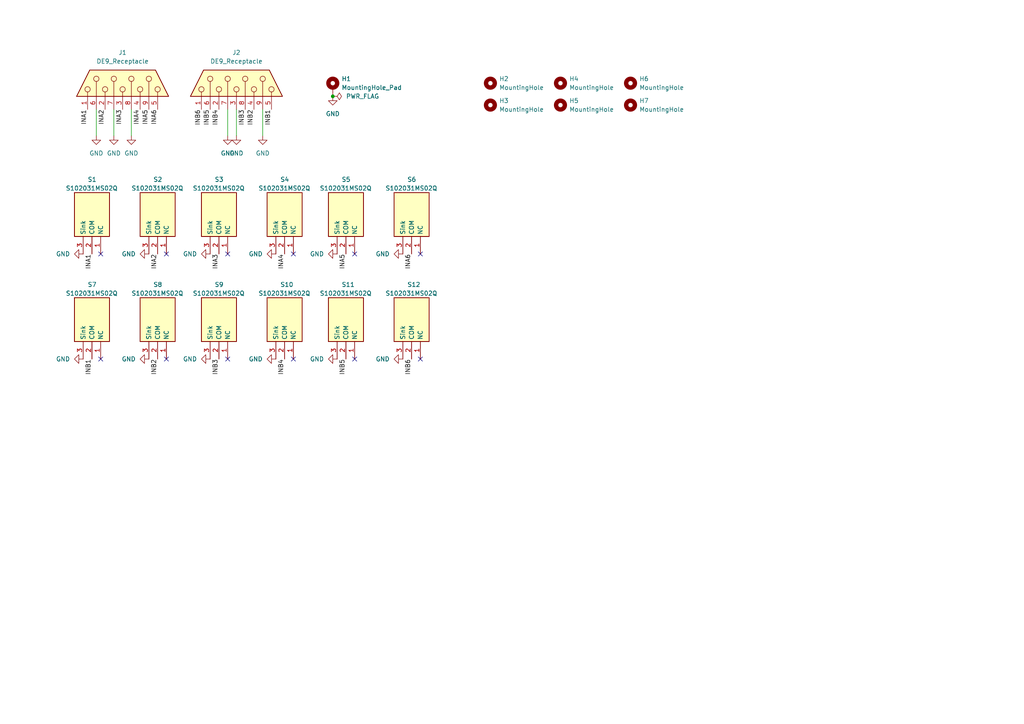
<source format=kicad_sch>
(kicad_sch (version 20230121) (generator eeschema)
  (paper "A4")
  (lib_symbols
    (symbol "Connector:DE9_Receptacle" (pin_names (offset 1.016) hide)
      (property "Reference" "J" (at 0 13.97 0))
      (property "Value" "DE9_Receptacle" (at 0 -14.605 0))
      (symbol "DE9_Receptacle_0_1"
        (circle (center -1.778 -10.16) (radius 0.762))
        (circle (center -1.778 -5.08) (radius 0.762))
        (circle (center -1.778 0) (radius 0.762))
        (circle (center -1.778 5.08) (radius 0.762))
        (circle (center -1.778 10.16) (radius 0.762))
        (polyline (pts (xy -3.81 -10.16) (xy -2.54 -10.16)))
        (polyline (pts (xy -3.81 -7.62) (xy 0.508 -7.62)))
        (polyline (pts (xy -3.81 -5.08) (xy -2.54 -5.08)))
        (polyline (pts (xy -3.81 -2.54) (xy 0.508 -2.54)))
        (polyline (pts (xy -3.81 0) (xy -2.54 0)))
        (polyline (pts (xy -3.81 2.54) (xy 0.508 2.54)))
        (polyline (pts (xy -3.81 5.08) (xy -2.54 5.08)))
        (polyline (pts (xy -3.81 7.62) (xy 0.508 7.62)))
        (polyline (pts (xy -3.81 10.16) (xy -2.54 10.16)))
        (polyline (pts (xy -3.81 13.335) (xy -3.81 -13.335) (xy 3.81 -9.525) (xy 3.81 9.525) (xy -3.81 13.335)) (stroke (width 0.254)) (fill (type background)))
        (circle (center 1.27 -7.62) (radius 0.762))
        (circle (center 1.27 -2.54) (radius 0.762))
        (circle (center 1.27 2.54) (radius 0.762))
        (circle (center 1.27 7.62) (radius 0.762))
      )
      (symbol "DE9_Receptacle_1_1"
        (pin passive line (at -7.62 10.16 0) (length 3.81) (name "1") (number "1"))
        (pin passive line (at -7.62 5.08 0) (length 3.81) (name "2") (number "2"))
        (pin passive line (at -7.62 0 0) (length 3.81) (name "3") (number "3"))
        (pin passive line (at -7.62 -5.08 0) (length 3.81) (name "4") (number "4"))
        (pin passive line (at -7.62 -10.16 0) (length 3.81) (name "5") (number "5"))
        (pin passive line (at -7.62 7.62 0) (length 3.81) (name "6") (number "6"))
        (pin passive line (at -7.62 2.54 0) (length 3.81) (name "7") (number "7"))
        (pin passive line (at -7.62 -2.54 0) (length 3.81) (name "8") (number "8"))
        (pin passive line (at -7.62 -7.62 0) (length 3.81) (name "9") (number "9"))
      )
    )
    (symbol "Mechanical:MountingHole" (pin_names (offset 1.016))
      (property "Reference" "H" (at 0 5.08 0))
      (property "Value" "MountingHole" (at 0 3.175 0))
      (symbol "MountingHole_0_1"
        (circle (center 0 0) (radius 1.27) (stroke (width 1.27)))
      )
    )
    (symbol "Mechanical:MountingHole_Pad" (pin_numbers hide) (pin_names (offset 1.016) hide)
      (property "Reference" "H" (at 0 6.35 0))
      (property "Value" "MountingHole_Pad" (at 0 4.445 0))
      (symbol "MountingHole_Pad_0_1"
        (circle (center 0 1.27) (radius 1.27) (stroke (width 1.27)))
      )
      (symbol "MountingHole_Pad_1_1"
        (pin input line (at 0 -2.54 90) (length 2.54) (name "1") (number "1"))
      )
    )
    (symbol "S102031MS02Q:S102031MS02Q"
      (property "Reference" "S" (at 19.05 7.62 0))
      (property "Value" "S102031MS02Q" (at 19.05 5.08 0))
      (symbol "S102031MS02Q_1_1"
        (rectangle (start 5.08 2.54) (end 17.78 -7.62) (stroke (width 0.254)) (fill (type background)))
        (pin passive line (at 0 -5.08 0) (length 5.08) (name "NC") (number "1"))
        (pin passive line (at 0 -2.54 0) (length 5.08) (name "COM") (number "2"))
        (pin passive line (at 0 0 0) (length 5.08) (name "Sink") (number "3"))
      )
    )
    (symbol "power:GND" (power) (pin_names (offset 0))
      (property "Value" "GND" (at 0 -3.81 0))
      (symbol "GND_0_1"
        (polyline (pts (xy 0 0) (xy 0 -1.27) (xy 1.27 -1.27) (xy 0 -2.54) (xy -1.27 -1.27) (xy 0 -1.27)))
      )
      (symbol "GND_1_1"
        (pin power_in line (at 0 0 270) (length 0) hide (name "GND") (number "1"))
      )
    )
    (symbol "power:PWR_FLAG" (power) (pin_numbers hide) (pin_names (offset 0) hide)
      (property "Value" "PWR_FLAG" (at 0 3.81 0))
      (symbol "PWR_FLAG_0_0"
        (pin power_out line (at 0 0 90) (length 0) (name "pwr") (number "1"))
      )
      (symbol "PWR_FLAG_0_1"
        (polyline (pts (xy 0 0) (xy 0 1.27) (xy -1.016 1.905) (xy 0 2.54) (xy 1.016 1.905) (xy 0 1.27)))
      )
    )
  )
  (junction (at 96.52 27.94))
  (no_connect (at 85.09 104.14))
  (no_connect (at 121.92 73.66))
  (no_connect (at 48.26 73.66))
  (no_connect (at 121.92 104.14))
  (no_connect (at 48.26 104.14))
  (no_connect (at 85.09 73.66))
  (no_connect (at 102.87 104.14))
  (no_connect (at 66.04 73.66))
  (no_connect (at 66.04 104.14))
  (no_connect (at 29.21 104.14))
  (no_connect (at 102.87 73.66))
  (no_connect (at 29.21 73.66))
  (wire (pts (xy 38.1 31.75) (xy 38.1 39.37)))
  (wire (pts (xy 33.02 31.75) (xy 33.02 39.37)))
  (wire (pts (xy 76.2 31.75) (xy 76.2 39.37)))
  (wire (pts (xy 68.58 31.75) (xy 68.58 39.37)))
  (wire (pts (xy 27.94 31.75) (xy 27.94 39.37)))
  (wire (pts (xy 66.04 31.75) (xy 66.04 39.37)))
  (label "INB6" (at 58.42 31.75 270))
  (label "INA6" (at 45.72 31.75 270))
  (label "INB4" (at 63.5 31.75 270))
  (label "INA4" (at 82.55 73.66 270))
  (label "INB3" (at 63.5 104.14 270))
  (label "INA3" (at 63.5 73.66 270))
  (label "INB1" (at 26.67 104.14 270))
  (label "INA6" (at 119.38 73.66 270))
  (label "INA2" (at 30.48 31.75 270))
  (label "INB1" (at 78.74 31.75 270))
  (label "INB5" (at 60.96 31.75 270))
  (label "INA5" (at 100.33 73.66 270))
  (label "INB5" (at 100.33 104.14 270))
  (label "INB6" (at 119.38 104.14 270))
  (label "INB2" (at 45.72 104.14 270))
  (label "INA2" (at 45.72 73.66 270))
  (label "INB3" (at 71.12 31.75 270))
  (label "INA4" (at 40.64 31.75 270))
  (label "INB2" (at 73.66 31.75 270))
  (label "INA1" (at 25.4 31.75 270))
  (label "INA5" (at 43.18 31.75 270))
  (label "INA3" (at 35.56 31.75 270))
  (label "INB4" (at 82.55 104.14 270))
  (label "INA1" (at 26.67 73.66 270))
  (symbol (lib_id "Connector:DE9_Receptacle") (at 68.58 24.13 90) (unit 1)
    (property "Reference" "J2" (at 68.58 15.24 90))
    (property "Value" "DE9_Receptacle" (at 68.58 17.78 90))
    (property "Footprint" "4-338313-2_Straight_Female_Screwlock_M3:43383132" (effects hide))
    (property "Datasheet" " ~" (effects hide))
  )
  (symbol (lib_id "S102031MS02Q:S102031MS02Q") (at 24.13 73.66 90) (unit 1)
    (property "Reference" "S1" (at 25.4 52.07 90) (effects (justify right)))
    (property "Value" "S102031MS02Q" (at 19.05 54.61 90) (effects (justify right)))
    (property "Footprint" "S102031MS02Q_SPDT_Switch:S102031MS02Q" (effects hide))
    (property "Datasheet" "https://www.ckswitches.com/media/1433/s.pdf" (effects hide))
    (property "Height" "15.62" (effects hide))
    (property "Mouser Part Number" "611-S1020301" (effects hide))
    (property "Mouser Price/Stock" "https://www.mouser.co.uk/ProductDetail/CK/S102031MS02Q?qs=qUgWstB0J2PTi4u40fuqgg%3D%3D" (effects hide))
    (property "Manufacturer_Name" "C & K COMPONENTS" (effects hide))
    (property "Manufacturer_Part_Number" "S102031MS02Q" (effects hide))
  )
  (symbol (lib_id "power:GND") (at 76.2 39.37 0) (mirror y) (unit 1)
    (property "Reference" "#PWR017" (effects hide))
    (property "Value" "GND" (at 76.2 44.45 0))
  )
  (symbol (lib_id "power:GND") (at 27.94 39.37 0) (unit 1)
    (property "Reference" "#PWR014" (effects hide))
    (property "Value" "GND" (at 27.94 44.45 0))
  )
  (symbol (lib_id "power:GND") (at 96.52 27.94 0) (unit 1)
    (property "Reference" "#PWR01" (effects hide))
    (property "Value" "GND" (at 96.52 33.02 0))
  )
  (symbol (lib_id "Mechanical:MountingHole") (at 162.56 24.13 0) (unit 1)
    (property "Reference" "H4" (at 165.1 22.86 0) (effects (justify left)))
    (property "Value" "MountingHole" (at 165.1 25.4 0) (effects (justify left)))
    (property "Footprint" "MountingHole:MountingHole_3.2mm_M3_DIN965" (effects hide))
  )
  (symbol (lib_id "S102031MS02Q:S102031MS02Q") (at 116.84 73.66 90) (unit 1)
    (property "Reference" "S6" (at 118.11 52.07 90) (effects (justify right)))
    (property "Value" "S102031MS02Q" (at 111.76 54.61 90) (effects (justify right)))
    (property "Footprint" "S102031MS02Q_SPDT_Switch:S102031MS02Q" (effects hide))
    (property "Datasheet" "https://www.ckswitches.com/media/1433/s.pdf" (effects hide))
    (property "Height" "15.62" (effects hide))
    (property "Mouser Part Number" "611-S1020301" (effects hide))
    (property "Mouser Price/Stock" "https://www.mouser.co.uk/ProductDetail/CK/S102031MS02Q?qs=qUgWstB0J2PTi4u40fuqgg%3D%3D" (effects hide))
    (property "Manufacturer_Name" "C & K COMPONENTS" (effects hide))
    (property "Manufacturer_Part_Number" "S102031MS02Q" (effects hide))
  )
  (symbol (lib_id "Connector:DE9_Receptacle") (at 35.56 24.13 90) (unit 1)
    (property "Reference" "J1" (at 35.56 15.24 90))
    (property "Value" "DE9_Receptacle" (at 35.56 17.78 90))
    (property "Footprint" "4-338313-2_Straight_Female_Screwlock_M3:43383132" (effects hide))
    (property "Datasheet" " ~" (effects hide))
  )
  (symbol (lib_id "power:GND") (at 60.96 104.14 270) (unit 1)
    (property "Reference" "#PWR011" (effects hide))
    (property "Value" "GND" (at 57.15 104.14 90) (effects (justify right)))
  )
  (symbol (lib_id "power:GND") (at 43.18 73.66 270) (unit 1)
    (property "Reference" "#PWR03" (effects hide))
    (property "Value" "GND" (at 39.37 73.66 90) (effects (justify right)))
  )
  (symbol (lib_id "power:GND") (at 97.79 73.66 270) (unit 1)
    (property "Reference" "#PWR06" (effects hide))
    (property "Value" "GND" (at 93.98 73.66 90) (effects (justify right)))
  )
  (symbol (lib_id "S102031MS02Q:S102031MS02Q") (at 43.18 73.66 90) (unit 1)
    (property "Reference" "S2" (at 44.45 52.07 90) (effects (justify right)))
    (property "Value" "S102031MS02Q" (at 38.1 54.61 90) (effects (justify right)))
    (property "Footprint" "S102031MS02Q_SPDT_Switch:S102031MS02Q" (effects hide))
    (property "Datasheet" "https://www.ckswitches.com/media/1433/s.pdf" (effects hide))
    (property "Height" "15.62" (effects hide))
    (property "Mouser Part Number" "611-S1020301" (effects hide))
    (property "Mouser Price/Stock" "https://www.mouser.co.uk/ProductDetail/CK/S102031MS02Q?qs=qUgWstB0J2PTi4u40fuqgg%3D%3D" (effects hide))
    (property "Manufacturer_Name" "C & K COMPONENTS" (effects hide))
    (property "Manufacturer_Part_Number" "S102031MS02Q" (effects hide))
  )
  (symbol (lib_id "power:GND") (at 80.01 73.66 270) (unit 1)
    (property "Reference" "#PWR05" (effects hide))
    (property "Value" "GND" (at 76.2 73.66 90) (effects (justify right)))
  )
  (symbol (lib_id "S102031MS02Q:S102031MS02Q") (at 60.96 104.14 90) (unit 1)
    (property "Reference" "S9" (at 62.23 82.55 90) (effects (justify right)))
    (property "Value" "S102031MS02Q" (at 55.88 85.09 90) (effects (justify right)))
    (property "Footprint" "S102031MS02Q_SPDT_Switch:S102031MS02Q" (effects hide))
    (property "Datasheet" "https://www.ckswitches.com/media/1433/s.pdf" (effects hide))
    (property "Height" "15.62" (effects hide))
    (property "Mouser Part Number" "611-S1020301" (effects hide))
    (property "Mouser Price/Stock" "https://www.mouser.co.uk/ProductDetail/CK/S102031MS02Q?qs=qUgWstB0J2PTi4u40fuqgg%3D%3D" (effects hide))
    (property "Manufacturer_Name" "C & K COMPONENTS" (effects hide))
    (property "Manufacturer_Part_Number" "S102031MS02Q" (effects hide))
  )
  (symbol (lib_id "Mechanical:MountingHole_Pad") (at 96.52 25.4 0) (unit 1)
    (property "Reference" "H1" (at 99.06 22.86 0) (effects (justify left)))
    (property "Value" "MountingHole_Pad" (at 99.06 25.4 0) (effects (justify left)))
    (property "Footprint" "MountingHole:MountingHole_3.2mm_M3_DIN965_Pad_TopBottom" (effects hide))
  )
  (symbol (lib_id "S102031MS02Q:S102031MS02Q") (at 60.96 73.66 90) (unit 1)
    (property "Reference" "S3" (at 62.23 52.07 90) (effects (justify right)))
    (property "Value" "S102031MS02Q" (at 55.88 54.61 90) (effects (justify right)))
    (property "Footprint" "S102031MS02Q_SPDT_Switch:S102031MS02Q" (effects hide))
    (property "Datasheet" "https://www.ckswitches.com/media/1433/s.pdf" (effects hide))
    (property "Height" "15.62" (effects hide))
    (property "Mouser Part Number" "611-S1020301" (effects hide))
    (property "Mouser Price/Stock" "https://www.mouser.co.uk/ProductDetail/CK/S102031MS02Q?qs=qUgWstB0J2PTi4u40fuqgg%3D%3D" (effects hide))
    (property "Manufacturer_Name" "C & K COMPONENTS" (effects hide))
    (property "Manufacturer_Part_Number" "S102031MS02Q" (effects hide))
  )
  (symbol (lib_id "power:GND") (at 116.84 73.66 270) (unit 1)
    (property "Reference" "#PWR07" (effects hide))
    (property "Value" "GND" (at 113.03 73.66 90) (effects (justify right)))
  )
  (symbol (lib_id "Mechanical:MountingHole") (at 142.24 24.13 0) (unit 1)
    (property "Reference" "H2" (at 144.78 22.86 0) (effects (justify left)))
    (property "Value" "MountingHole" (at 144.78 25.4 0) (effects (justify left)))
    (property "Footprint" "MountingHole:MountingHole_3.2mm_M3_DIN965" (effects hide))
  )
  (symbol (lib_id "S102031MS02Q:S102031MS02Q") (at 80.01 73.66 90) (unit 1)
    (property "Reference" "S4" (at 81.28 52.07 90) (effects (justify right)))
    (property "Value" "S102031MS02Q" (at 74.93 54.61 90) (effects (justify right)))
    (property "Footprint" "S102031MS02Q_SPDT_Switch:S102031MS02Q" (effects hide))
    (property "Datasheet" "https://www.ckswitches.com/media/1433/s.pdf" (effects hide))
    (property "Height" "15.62" (effects hide))
    (property "Mouser Part Number" "611-S1020301" (effects hide))
    (property "Mouser Price/Stock" "https://www.mouser.co.uk/ProductDetail/CK/S102031MS02Q?qs=qUgWstB0J2PTi4u40fuqgg%3D%3D" (effects hide))
    (property "Manufacturer_Name" "C & K COMPONENTS" (effects hide))
    (property "Manufacturer_Part_Number" "S102031MS02Q" (effects hide))
  )
  (symbol (lib_id "power:GND") (at 33.02 39.37 0) (unit 1)
    (property "Reference" "#PWR015" (effects hide))
    (property "Value" "GND" (at 33.02 44.45 0))
  )
  (symbol (lib_id "power:GND") (at 24.13 73.66 270) (unit 1)
    (property "Reference" "#PWR02" (effects hide))
    (property "Value" "GND" (at 20.32 73.66 90) (effects (justify right)))
  )
  (symbol (lib_id "S102031MS02Q:S102031MS02Q") (at 97.79 104.14 90) (unit 1)
    (property "Reference" "S11" (at 99.06 82.55 90) (effects (justify right)))
    (property "Value" "S102031MS02Q" (at 92.71 85.09 90) (effects (justify right)))
    (property "Footprint" "S102031MS02Q_SPDT_Switch:S102031MS02Q" (effects hide))
    (property "Datasheet" "https://www.ckswitches.com/media/1433/s.pdf" (effects hide))
    (property "Height" "15.62" (effects hide))
    (property "Mouser Part Number" "611-S1020301" (effects hide))
    (property "Mouser Price/Stock" "https://www.mouser.co.uk/ProductDetail/CK/S102031MS02Q?qs=qUgWstB0J2PTi4u40fuqgg%3D%3D" (effects hide))
    (property "Manufacturer_Name" "C & K COMPONENTS" (effects hide))
    (property "Manufacturer_Part_Number" "S102031MS02Q" (effects hide))
  )
  (symbol (lib_id "S102031MS02Q:S102031MS02Q") (at 43.18 104.14 90) (unit 1)
    (property "Reference" "S8" (at 44.45 82.55 90) (effects (justify right)))
    (property "Value" "S102031MS02Q" (at 38.1 85.09 90) (effects (justify right)))
    (property "Footprint" "S102031MS02Q_SPDT_Switch:S102031MS02Q" (effects hide))
    (property "Datasheet" "https://www.ckswitches.com/media/1433/s.pdf" (effects hide))
    (property "Height" "15.62" (effects hide))
    (property "Mouser Part Number" "611-S1020301" (effects hide))
    (property "Mouser Price/Stock" "https://www.mouser.co.uk/ProductDetail/CK/S102031MS02Q?qs=qUgWstB0J2PTi4u40fuqgg%3D%3D" (effects hide))
    (property "Manufacturer_Name" "C & K COMPONENTS" (effects hide))
    (property "Manufacturer_Part_Number" "S102031MS02Q" (effects hide))
  )
  (symbol (lib_id "power:GND") (at 97.79 104.14 270) (unit 1)
    (property "Reference" "#PWR09" (effects hide))
    (property "Value" "GND" (at 93.98 104.14 90) (effects (justify right)))
  )
  (symbol (lib_id "power:GND") (at 116.84 104.14 270) (unit 1)
    (property "Reference" "#PWR08" (effects hide))
    (property "Value" "GND" (at 113.03 104.14 90) (effects (justify right)))
  )
  (symbol (lib_id "power:GND") (at 43.18 104.14 270) (unit 1)
    (property "Reference" "#PWR012" (effects hide))
    (property "Value" "GND" (at 39.37 104.14 90) (effects (justify right)))
  )
  (symbol (lib_id "S102031MS02Q:S102031MS02Q") (at 97.79 73.66 90) (unit 1)
    (property "Reference" "S5" (at 99.06 52.07 90) (effects (justify right)))
    (property "Value" "S102031MS02Q" (at 92.71 54.61 90) (effects (justify right)))
    (property "Footprint" "S102031MS02Q_SPDT_Switch:S102031MS02Q" (effects hide))
    (property "Datasheet" "https://www.ckswitches.com/media/1433/s.pdf" (effects hide))
    (property "Height" "15.62" (effects hide))
    (property "Mouser Part Number" "611-S1020301" (effects hide))
    (property "Mouser Price/Stock" "https://www.mouser.co.uk/ProductDetail/CK/S102031MS02Q?qs=qUgWstB0J2PTi4u40fuqgg%3D%3D" (effects hide))
    (property "Manufacturer_Name" "C & K COMPONENTS" (effects hide))
    (property "Manufacturer_Part_Number" "S102031MS02Q" (effects hide))
  )
  (symbol (lib_id "Mechanical:MountingHole") (at 142.24 30.48 0) (unit 1)
    (property "Reference" "H3" (at 144.78 29.21 0) (effects (justify left)))
    (property "Value" "MountingHole" (at 144.78 31.75 0) (effects (justify left)))
    (property "Footprint" "MountingHole:MountingHole_3.2mm_M3_DIN965" (effects hide))
  )
  (symbol (lib_id "power:GND") (at 80.01 104.14 270) (unit 1)
    (property "Reference" "#PWR010" (effects hide))
    (property "Value" "GND" (at 76.2 104.14 90) (effects (justify right)))
  )
  (symbol (lib_id "power:GND") (at 24.13 104.14 270) (unit 1)
    (property "Reference" "#PWR013" (effects hide))
    (property "Value" "GND" (at 20.32 104.14 90) (effects (justify right)))
  )
  (symbol (lib_id "power:GND") (at 68.58 39.37 0) (mirror y) (unit 1)
    (property "Reference" "#PWR018" (effects hide))
    (property "Value" "GND" (at 68.58 44.45 0))
  )
  (symbol (lib_id "power:GND") (at 38.1 39.37 0) (unit 1)
    (property "Reference" "#PWR016" (effects hide))
    (property "Value" "GND" (at 38.1 44.45 0))
  )
  (symbol (lib_id "S102031MS02Q:S102031MS02Q") (at 116.84 104.14 90) (unit 1)
    (property "Reference" "S12" (at 118.11 82.55 90) (effects (justify right)))
    (property "Value" "S102031MS02Q" (at 111.76 85.09 90) (effects (justify right)))
    (property "Footprint" "S102031MS02Q_SPDT_Switch:S102031MS02Q" (effects hide))
    (property "Datasheet" "https://www.ckswitches.com/media/1433/s.pdf" (effects hide))
    (property "Height" "15.62" (effects hide))
    (property "Mouser Part Number" "611-S1020301" (effects hide))
    (property "Mouser Price/Stock" "https://www.mouser.co.uk/ProductDetail/CK/S102031MS02Q?qs=qUgWstB0J2PTi4u40fuqgg%3D%3D" (effects hide))
    (property "Manufacturer_Name" "C & K COMPONENTS" (effects hide))
    (property "Manufacturer_Part_Number" "S102031MS02Q" (effects hide))
  )
  (symbol (lib_id "S102031MS02Q:S102031MS02Q") (at 80.01 104.14 90) (unit 1)
    (property "Reference" "S10" (at 81.28 82.55 90) (effects (justify right)))
    (property "Value" "S102031MS02Q" (at 74.93 85.09 90) (effects (justify right)))
    (property "Footprint" "S102031MS02Q_SPDT_Switch:S102031MS02Q" (effects hide))
    (property "Datasheet" "https://www.ckswitches.com/media/1433/s.pdf" (effects hide))
    (property "Height" "15.62" (effects hide))
    (property "Mouser Part Number" "611-S1020301" (effects hide))
    (property "Mouser Price/Stock" "https://www.mouser.co.uk/ProductDetail/CK/S102031MS02Q?qs=qUgWstB0J2PTi4u40fuqgg%3D%3D" (effects hide))
    (property "Manufacturer_Name" "C & K COMPONENTS" (effects hide))
    (property "Manufacturer_Part_Number" "S102031MS02Q" (effects hide))
  )
  (symbol (lib_id "Mechanical:MountingHole") (at 182.88 30.48 0) (unit 1)
    (property "Reference" "H7" (at 185.42 29.21 0) (effects (justify left)))
    (property "Value" "MountingHole" (at 185.42 31.75 0) (effects (justify left)))
    (property "Footprint" "MountingHole:MountingHole_3.2mm_M3_DIN965" (effects hide))
  )
  (symbol (lib_id "Mechanical:MountingHole") (at 182.88 24.13 0) (unit 1)
    (property "Reference" "H6" (at 185.42 22.86 0) (effects (justify left)))
    (property "Value" "MountingHole" (at 185.42 25.4 0) (effects (justify left)))
    (property "Footprint" "MountingHole:MountingHole_3.2mm_M3_DIN965" (effects hide))
  )
  (symbol (lib_id "power:PWR_FLAG") (at 96.52 27.94 270) (unit 1)
    (property "Reference" "#FLG01" (effects hide))
    (property "Value" "PWR_FLAG" (at 100.33 27.94 90) (effects (justify left)))
  )
  (symbol (lib_id "power:GND") (at 60.96 73.66 270) (unit 1)
    (property "Reference" "#PWR04" (effects hide))
    (property "Value" "GND" (at 57.15 73.66 90) (effects (justify right)))
  )
  (symbol (lib_id "Mechanical:MountingHole") (at 162.56 30.48 0) (unit 1)
    (property "Reference" "H5" (at 165.1 29.21 0) (effects (justify left)))
    (property "Value" "MountingHole" (at 165.1 31.75 0) (effects (justify left)))
    (property "Footprint" "MountingHole:MountingHole_3.2mm_M3_DIN965" (effects hide))
  )
  (symbol (lib_id "S102031MS02Q:S102031MS02Q") (at 24.13 104.14 90) (unit 1)
    (property "Reference" "S7" (at 25.4 82.55 90) (effects (justify right)))
    (property "Value" "S102031MS02Q" (at 19.05 85.09 90) (effects (justify right)))
    (property "Footprint" "S102031MS02Q_SPDT_Switch:S102031MS02Q" (effects hide))
    (property "Datasheet" "https://www.ckswitches.com/media/1433/s.pdf" (effects hide))
    (property "Height" "15.62" (effects hide))
    (property "Mouser Part Number" "611-S1020301" (effects hide))
    (property "Mouser Price/Stock" "https://www.mouser.co.uk/ProductDetail/CK/S102031MS02Q?qs=qUgWstB0J2PTi4u40fuqgg%3D%3D" (effects hide))
    (property "Manufacturer_Name" "C & K COMPONENTS" (effects hide))
    (property "Manufacturer_Part_Number" "S102031MS02Q" (effects hide))
  )
  (symbol (lib_id "power:GND") (at 66.04 39.37 0) (mirror y) (unit 1)
    (property "Reference" "#PWR019" (effects hide))
    (property "Value" "GND" (at 66.04 44.45 0))
  )
)
</source>
